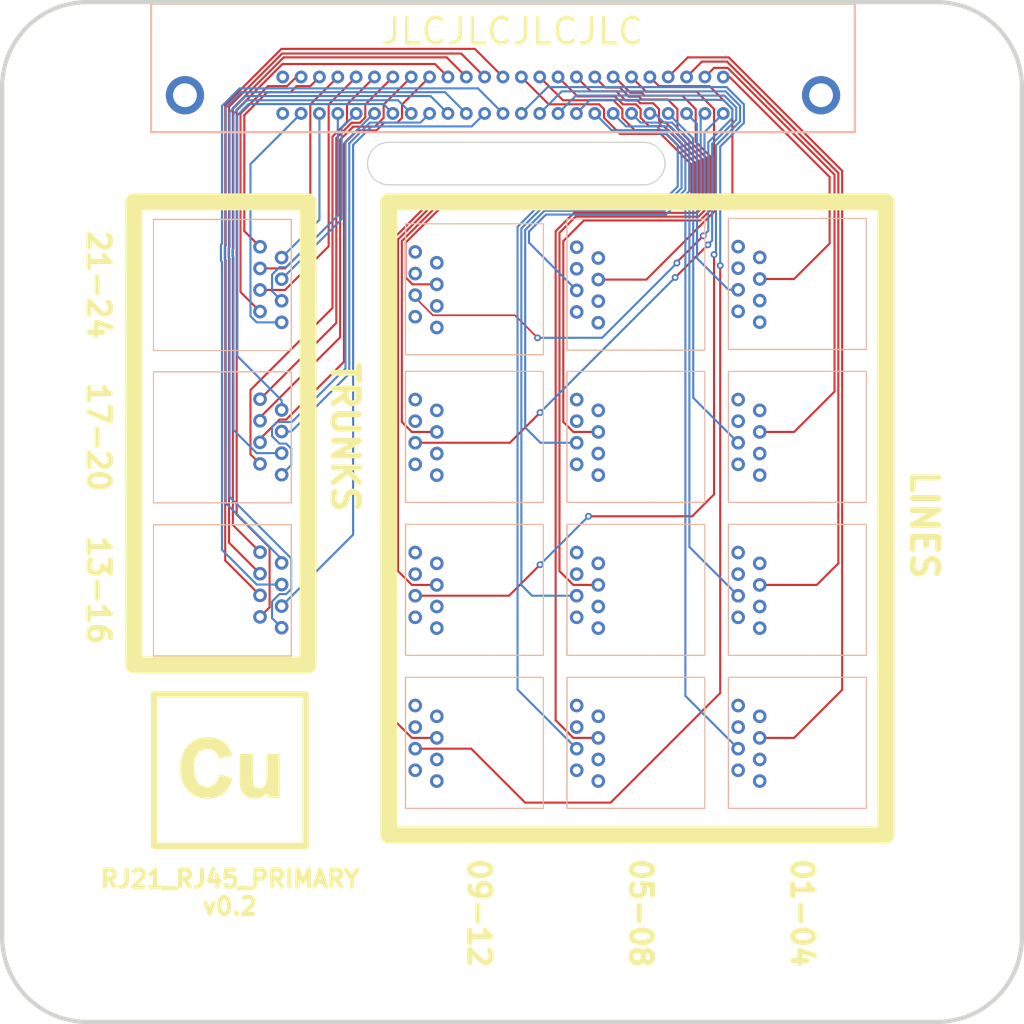
<source format=kicad_pcb>
(kicad_pcb (version 20211014) (generator pcbnew)
  (layers (0 "F.Cu" signal) (31 "B.Cu" signal) (34 "B.Paste" user) (35 "F.Paste" user) (36 "B.SilkS" user "B.Silkscreen") (37 "F.SilkS" user "F.Silkscreen") (38 "B.Mask" user) (39 "F.Mask" user) (44 "Edge.Cuts" user))
  (net 0 "")
  (net 2 "/L1+")
  (net 6 "/L1-")
  (net 10 "/L2+")
  (net 14 "/L2-")
  (net 19 "/L3-")
  (net 23 "/L3+")
  (net 26 "/L4+")
  (net 30 "/L4-")
  (net 35 "/L5-")
  (net 39 "/L5+")
  (net 42 "/L6+")
  (net 46 "/L6-")
  (net 51 "/L7-")
  (net 55 "/L7+")
  (net 58 "/L8+")
  (net 62 "/L8-")
  (net 67 "/L9-")
  (net 71 "/L9+")
  (net 74 "/L10+")
  (net 78 "/L10-")
  (net 83 "/L11-")
  (net 87 "/L11+")
  (net 90 "/L12+")
  (net 94 "/L12-")
  (net 97 "/L16-")
  (net 98 "/L14-")
  (net 99 "/L13-")
  (net 100 "/L15-")
  (net 101 "/L15+")
  (net 102 "/L14+")
  (net 103 "/L13+")
  (net 104 "/L16+")
  (net 105 "/L20+")
  (net 106 "/L17+")
  (net 107 "/L18+")
  (net 108 "/L19+")
  (net 109 "/L19-")
  (net 110 "/L17-")
  (net 111 "/L18-")
  (net 112 "/L20-")
  (net 113 "/L24-")
  (net 114 "/L22-")
  (net 115 "/L21-")
  (net 116 "/L23-")
  (net 117 "/L23+")
  (net 118 "/L22+")
  (net 119 "/L21+")
  (net 120 "/L24+")
  (footprint "Ali_Footprint_Libraries:AliExpress_RJ21" (layer "F.Cu") (at 159.975197 57.521393)
    (fp_text reference "J17" hide)
    (fp_text value "RJ21 Connector" hide)
  )
  (footprint "Ali_Footprint_Libraries:AliExpress_Horizontal_RJ45" (layer "F.Cu") (at 174.152007 137.191351 90)
    (fp_text reference "J8" hide)
    (fp_text value "RJ45" hide)
  )
  (footprint "Ali_Footprint_Libraries:AliExpress_Horizontal_RJ45" (layer "F.Cu") (at 155.152007 119.191351 90)
    (fp_text reference "J11" hide)
    (fp_text value "RJ45" hide)
  )
  (footprint "Ali_Footprint_Libraries:AliExpress_Horizontal_RJ45" (layer "F.Cu") (at 174.152007 83.261351 90)
    (fp_text reference "J5" hide)
    (fp_text value "RJ45" hide)
  )
  (footprint "Ali_Footprint_Libraries:AliExpress_Horizontal_RJ45" (layer "F.Cu") (at 193.152007 83.191351 90)
    (fp_text reference "J1" hide)
    (fp_text value "RJ45" hide)
  )
  (footprint "Ali_Footprint_Libraries:AliExpress_Horizontal_RJ45" (layer "F.Cu") (at 174.152007 119.191351 90)
    (fp_text reference "J7" hide)
    (fp_text value "RJ45" hide)
  )
  (footprint "Ali_Footprint_Libraries:AliExpress_Horizontal_RJ45" (layer "F.Cu") (at 193.152007 137.191351 90)
    (fp_text reference "J4" hide)
    (fp_text value "RJ45" hide)
  )
  (footprint "Ali_Footprint_Libraries:AliExpress_Horizontal_RJ45" (layer "F.Cu") (at 126.347993 101.191351 -90)
    (fp_text reference "J14" hide)
    (fp_text value "RJ45" hide)
  )
  (footprint "Ali_Footprint_Libraries:AliExpress_Horizontal_RJ45" (layer "F.Cu") (at 126.347993 119.191351 -90)
    (fp_text reference "J13" hide)
    (fp_text value "RJ45" hide)
  )
  (footprint "Ali_Footprint_Libraries:AliExpress_Horizontal_RJ45" (layer "F.Cu") (at 155.152007 101.191351 90)
    (fp_text reference "J10" hide)
    (fp_text value "RJ45" hide)
  )
  (footprint "Ali_Footprint_Libraries:AliExpress_Horizontal_RJ45" (layer "F.Cu") (at 155.152007 137.191351 90)
    (fp_text reference "J12" hide)
    (fp_text value "RJ45" hide)
  )
  (footprint "Ali_Footprint_Libraries:AliExpress_Horizontal_RJ45" (layer "F.Cu") (at 126.347993 83.261351 -90)
    (fp_text reference "J15" hide)
    (fp_text value "RJ45" hide)
  )
  (footprint "Ali_Footprint_Libraries:AliExpress_Horizontal_RJ45" (layer "F.Cu") (at 155.152007 83.82 90)
    (fp_text reference "J9" hide)
    (fp_text value "RJ45" hide)
  )
  (footprint "Ali_Footprint_Libraries:AliExpress_Horizontal_RJ45" (layer "F.Cu") (at 193.152007 101.191351 90)
    (fp_text reference "J2" hide)
    (fp_text value "RJ45" hide)
  )
  (footprint "Ali_Footprint_Libraries:AliExpress_Horizontal_RJ45" (layer "F.Cu") (at 174.152007 101.191351 90)
    (fp_text reference "J6" hide)
    (fp_text value "RJ45" hide)
  )
  (footprint "MountingHole:MountingHole_3.2mm_M3" (layer "F.Cu") (at 110 60)
    (fp_text reference "REF**" hide)
    (fp_text value "MountingHole_3.2mm_M3" hide)
  )
  (footprint "MountingHole:MountingHole_3.2mm_M3" (layer "F.Cu") (at 210 60)
    (fp_text reference "REF**" hide)
    (fp_text value "MountingHole_3.2mm_M3" hide)
  )
  (footprint "MountingHole:MountingHole_3.2mm_M3" (layer "F.Cu") (at 210 160)
    (fp_text reference "REF**" hide)
    (fp_text value "MountingHole_3.2mm_M3" hide)
  )
  (footprint "MountingHole:MountingHole_3.2mm_M3" (layer "F.Cu") (at 110 160)
    (fp_text reference "REF**" hide)
    (fp_text value "MountingHole_3.2mm_M3" hide)
  )
  (footprint "Ali_Footprint_Libraries:AliExpress_Horizontal_RJ45" (layer "F.Cu") (at 193.152007 119.191351 90)
    (fp_text reference "J3" hide)
    (fp_text value "RJ45" hide)
  )
  (gr_line (start 145.5 148) (end 204 148) (layer "F.SilkS") (width 2))
  (gr_line (start 145.5 148) (end 145.5 73.5) (layer "F.SilkS") (width 2))
  (gr_line (start 115.5 128) (end 115.5 73.5) (layer "F.SilkS") (width 2))
  (gr_line (start 136 128) (end 136 73.5) (layer "F.SilkS") (width 2))
  (gr_line (start 145.5 73.5) (end 204 73.5) (layer "F.SilkS") (width 2))
  (gr_line (start 136 73.5) (end 115.5 73.5) (layer "F.SilkS") (width 2))
  (gr_line (start 204 148) (end 204 73.5) (layer "F.SilkS") (width 2))
  (gr_line (start 136 128) (end 115.5 128) (layer "F.SilkS") (width 2))
  (gr_line (start 117.88295 131.468823) (end 135.717051 131.468823) (layer "F.SilkS") (width 0.749999))
  (gr_line (start 135.717051 131.468823) (end 135.717051 149.302922) (layer "F.SilkS") (width 0.749999))
  (gr_poly (pts (xy 124.386135 136.623589) (xy 124.535502 136.632168) (xy 124.681237 136.646466) (xy 124.823339 136.666484) (xy 124.961808 136.692221) (xy 125.096643 136.723677) (xy 125.227846 136.760853) (xy 125.355416 136.803747) (xy 125.479353 136.852362) (xy 125.599657 136.906695) (xy 125.716328 136.966748) (xy 125.829366 137.032521) (xy 125.938771 137.104012) (xy 126.044543 137.181224) (xy 126.146682 137.264154) (xy 126.245189 137.352804) (xy 126.301842 137.408379) (xy 126.356696 137.466903) (xy 126.409752 137.528377) (xy 126.46101 137.592801) (xy 126.510469 137.660174) (xy 126.558129 137.730496) (xy 126.603991 137.803769) (xy 126.648055 137.879991) (xy 126.69032 137.959162) (xy 126.730786 138.041284) (xy 126.769454 138.126355) (xy 126.806324 138.214375) (xy 126.841395 138.305345) (xy 126.874667 138.399265) (xy 126.906141 138.496134) (xy 126.935817 138.595953) (xy 125.586779 138.918249) (xy 125.570792 138.853502) (xy 125.552755 138.790481) (xy 125.532666 138.729186) (xy 125.510528 138.669618) (xy 125.486338 138.611777) (xy 125.460098 138.555663) (xy 125.431807 138.501275) (xy 125.401466 138.448614) (xy 125.369074 138.39768) (xy 125.334632 138.348472) (xy 125.298139 138.300991) (xy 125.259596 138.255236) (xy 125.219002 138.211208) (xy 125.176358 138.168907) (xy 125.131663 138.128332) (xy 125.084918 138.089484) (xy 125.037076 138.052685) (xy 124.98794 138.018262) (xy 124.937509 137.986212) (xy 124.885782 137.956536) (xy 124.832761 137.929234) (xy 124.778445 137.904307) (xy 124.722834 137.881753) (xy 124.665928 137.861574) (xy 124.607727 137.843769) (xy 124.548231 137.828337) (xy 124.487441 137.81528) (xy 124.425355 137.804597) (xy 124.361975 137.796288) (xy 124.2973 137.790353) (xy 124.23133 137.786792) (xy 124.164065 137.785605) (xy 124.071351 137.787709) (xy 123.980831 137.794022) (xy 123.892505 137.804543) (xy 123.806373 137.819273) (xy 123.722435 137.838211) (xy 123.640692 137.861358) (xy 123.561143 137.888713) (xy 123.483788 137.920277) (xy 123.408628 137.956049) (xy 123.335661 137.99603) (xy 123.264889 138.04022) (xy 123.196311 138.088618) (xy 123.129928 138.141225) (xy 123.065738 138.19804) (xy 123.003743 138.259064) (xy 122.943942 138.324297) (xy 122.88763 138.394242) (xy 122.834951 138.469403) (xy 122.785904 138.549779) (xy 122.740492 138.635371) (xy 122.698712 138.726179) (xy 122.660565 138.822203) (xy 122.626051 138.923442) (xy 122.595171 139.029897) (xy 122.567923 139.141568) (xy 122.544309 139.258454) (xy 122.524327 139.380557) (xy 122.507979 139.507874) (xy 122.495263 139.640408) (xy 122.486181 139.778158) (xy 122.480732 139.921123) (xy 122.478915 140.069304) (xy 122.480714 140.226423) (xy 122.486109 140.377787) (xy 122.495102 140.523396) (xy 122.507691 140.66325) (xy 122.523878 140.797348) (xy 122.543662 140.925692) (xy 122.567043 141.04828) (xy 122.594021 141.165113) (xy 122.624596 141.27619) (xy 122.658768 141.381513) (xy 122.696537 141.48108) (xy 122.737904 141.574891) (xy 122.782867 141.662947) (xy 122.831428 141.745248) (xy 122.883586 141.821793) (xy 122.939341 141.892583) (xy 122.997973 141.958373) (xy 123.058763 142.019918) (xy 123.121711 142.077219) (xy 123.186818 142.130275) (xy 123.254083 142.179087) (xy 123.323507 142.223655) (xy 123.395088 142.263977) (xy 123.468828 142.300056) (xy 123.544726 142.33189) (xy 123.622782 142.359479) (xy 123.702997 142.382824) (xy 123.785369 142.401924) (xy 123.8699 142.41678) (xy 123.956588 142.427391) (xy 124.045435 142.433758) (xy 124.136439 142.43588) (xy 124.203759 142.434531) (xy 124.269892 142.430484) (xy 124.334838 142.42374) (xy 124.398596 142.414298) (xy 124.461168 142.402158) (xy 124.522552 142.38732) (xy 124.582749 142.369785) (xy 124.641759 142.349551) (xy 124.699582 142.32662) (xy 124.756217 142.300992) (xy 124.811666 142.272665) (xy 124.865927 142.241641) (xy 124.919001 142.207919) (xy 124.970888 142.171499) (xy 125.021588 142.132381) (xy 125.071101 142.090566) (xy 125.119158 142.045854) (xy 125.165489 141.998048) (xy 125.210093 141.947149) (xy 125.252971 141.893157) (xy 125.294121 141.836071) (xy 125.333546 141.775892) (xy 125.371243 141.71262) (xy 125.407214 141.646254) (xy 125.441458 141.576795) (xy 125.473976 141.504242) (xy 125.504767 141.428596) (xy 125.533831 141.349857) (xy 125.561169 141.268024) (xy 125.58678 141.183098) (xy 125.610665 141.095078) (xy 125.632823 141.003965) (xy 126.954242 141.422948) (xy 126.914673 141.558863) (xy 126.87194 141.690354) (xy 126.826041 141.81742) (xy 126.776977 141.940062) (xy 126.724747 142.05828) (xy 126.669353 142.172073) (xy 126.610793 142.281442) (xy 126.549067 142.386386) (xy 126.484177 142.486906) (xy 126.416121 142.583002) (xy 126.344899 142.674673) (xy 126.270512 142.76192) (xy 126.19296 142.844742) (xy 126.112242 142.92314) (xy 126.028359 142.997114) (xy 125.94131 143.066663) (xy 125.85176 143.131338) (xy 125.759226 143.191841) (xy 125.663705 143.248171) (xy 125.5652 143.300328) (xy 125.463708 143.348313) (xy 125.359231 143.392125) (xy 125.251769 143.431764) (xy 125.141321 143.46723) (xy 125.027887 143.498524) (xy 124.911468 143.525645) (xy 124.792064 143.548594) (xy 124.669673 143.56737) (xy 124.544298 143.581974) (xy 124.415936 143.592405) (xy 124.284589 143.598664) (xy 124.150256 143.60075) (xy 123.984071 143.597171) (xy 123.821628 143.586434) (xy 123.662925 143.568539) (xy 123.507963 143.543485) (xy 123.356743 143.511274) (xy 123.209263 143.471904) (xy 123.065524 143.425377) (xy 122.925526 143.371691) (xy 122.78927 143.310847) (xy 122.656754 143.242845) (xy 122.527979 143.167685) (xy 122.402945 143.085367) (xy 122.281652 142.995891) (xy 122.1641 142.899257) (xy 122.050289 142.795465) (xy 121.940219 142.684514) (xy 121.8354 142.566781) (xy 121.737345 142.443796) (xy 121.646051 142.31556) (xy 121.561521 142.182073) (xy 121.483753 142.043334) (xy 121.412747 141.899343) (xy 121.348504 141.750101) (xy 121.291023 141.595607) (xy 121.240305 141.435862) (xy 121.196349 141.270865) (xy 121.159156 141.100617) (xy 121.128725 140.925116) (xy 121.105057 140.744365) (xy 121.088151 140.558361) (xy 121.078007 140.367106) (xy 121.074626 140.170599) (xy 121.078025 139.962905) (xy 121.088223 139.761109) (xy 121.105219 139.565213) (xy 121.129014 139.375216) (xy 121.159607 139.191119) (xy 121.196999 139.01292) (xy 121.241189 138.840621) (xy 121.292177 138.674221) (xy 121.349964 138.51372) (xy 121.414549 138.359118) (xy 121.485933 138.210416) (xy 121.564115 138.067613) (xy 121.649095 137.930709) (xy 121.740874 137.799704) (xy 121.839451 137.674598) (xy 121.944827 137.555392) (xy 122.055742 137.44221) (xy 122.170937 137.336331) (xy 122.290414 137.237754) (xy 122.41417 137.146479) (xy 122.542208 137.062505) (xy 122.674526 136.985834) (xy 122.811124 136.916464) (xy 122.952003 136.854397) (xy 123.097163 136.799631) (xy 123.246603 136.752168) (xy 123.400324 136.712006) (xy 123.558325 136.679147) (xy 123.720606 136.653589) (xy 123.887169 136.635334) (xy 124.058011 136.624381) (xy 124.233134 136.62073)) (layer "F.SilkS") (width 0.25) (fill solid))
  (gr_line (start 135.717051 149.302922) (end 135.717051 149.302922) (layer "F.SilkS") (width 0.749999))
  (gr_line (start 135.717051 131.468823) (end 135.717051 131.468823) (layer "F.SilkS") (width 0.749999))
  (gr_line (start 135.717051 149.302922) (end 117.88295 149.302922) (layer "F.SilkS") (width 0.749999))
  (gr_line (start 117.88295 149.302922) (end 117.88295 149.302922) (layer "F.SilkS") (width 0.749999))
  (gr_poly (pts (xy 132.534571 143.485653) (xy 131.332873 143.485653) (xy 131.332873 142.753576) (xy 131.298827 142.801849) (xy 131.263449 142.848827) (xy 131.226741 142.89451) (xy 131.188702 142.938898) (xy 131.149332 142.981991) (xy 131.108631 143.02379) (xy 131.066599 143.064293) (xy 131.023236 143.103501) (xy 130.978542 143.141414) (xy 130.932518 143.178033) (xy 130.885162 143.213356) (xy 130.836476 143.247384) (xy 130.786458 143.280118) (xy 130.73511 143.311556) (xy 130.682431 143.3417) (xy 130.628421 143.370548) (xy 130.574122 143.397868) (xy 130.519429 143.423426) (xy 130.464339 143.447221) (xy 130.408854 143.469254) (xy 130.352974 143.489524) (xy 130.296698 143.508031) (xy 130.240026 143.524776) (xy 130.182958 143.539759) (xy 130.125495 143.552979) (xy 130.067637 143.564436) (xy 130.009383 143.574131) (xy 129.950733 143.582063) (xy 129.891687 143.588233) (xy 129.832246 143.592639) (xy 129.772409 143.595284) (xy 129.712176 143.596165) (xy 129.65099 143.59532) (xy 129.590595 143.592784) (xy 129.530991 143.588557) (xy 129.472179 143.582639) (xy 129.414158 143.575031) (xy 129.356929 143.565733) (xy 129.300491 143.554743) (xy 129.244844 143.542063) (xy 129.189989 143.527692) (xy 129.135925 143.511631) (xy 129.082652 143.493878) (xy 129.030171 143.474436) (xy 128.978481 143.453302) (xy 128.927582 143.430478) (xy 128.877474 143.405963) (xy 128.828158 143.379757) (xy 128.780084 143.352023) (xy 128.733701 143.322922) (xy 128.689008 143.292454) (xy 128.646006 143.26062) (xy 128.604694 143.227419) (xy 128.565073 143.192851) (xy 128.527142 143.156917) (xy 128.490902 143.119615) (xy 128.456352 143.080947) (xy 128.423493 143.040912) (xy 128.392325 142.999511) (xy 128.362848 142.956742) (xy 128.335061 142.912607) (xy 128.308964 142.867105) (xy 128.284559 142.820236) (xy 128.261844 142.772001) (xy 128.240657 142.721911) (xy 128.220838 142.669483) (xy 128.202385 142.614718) (xy 128.1853 142.557614) (xy 128.169581 142.498172) (xy 128.155229 142.436393) (xy 128.142244 142.372275) (xy 128.130626 142.305819) (xy 128.120374 142.237025) (xy 128.11149 142.165893) (xy 128.103972 142.092423) (xy 128.097821 142.016614) (xy 128.093037 141.938468) (xy 128.08962 141.857983) (xy 128.08757 141.775161) (xy 128.086886 141.69) (xy 128.086886 138.595957) (xy 129.380679 138.595957) (xy 129.380679 140.842824) (xy 129.381758 141.088214) (xy 129.384995 141.308713) (xy 129.39039 141.504321) (xy 129.397942 141.675038) (xy 129.407653 141.820863) (xy 129.419522 141.941797) (xy 129.433548 142.03784) (xy 129.449733 142.108991) (xy 129.459392 142.137407) (xy 129.46995 142.165105) (xy 129.481407 142.192082) (xy 129.493764 142.218341) (xy 129.507019 142.24388) (xy 129.521174 142.268699) (xy 129.536228 142.2928) (xy 129.552181 142.31618) (xy 129.569033 142.338842) (xy 129.586785 142.360784) (xy 129.605435 142.382007) (xy 129.624985 142.40251) (xy 129.645434 142.422294) (xy 129.666782 142.441359) (xy 129.68903 142.459704) (xy 129.712176 142.47733) (xy 129.736169 142.4935) (xy 129.760954 142.508626) (xy 129.786529 142.52271) (xy 129.812896 142.53575) (xy 129.840054 142.547746) (xy 129.868003 142.5587) (xy 129.896743 142.56861) (xy 129.926274 142.577478) (xy 129.956597 142.585302) (xy 129.987711 142.592082) (xy 130.019616 142.59782) (xy 130.052312 142.602514) (xy 130.0858 142.606166) (xy 130.12008 142.608774) (xy 130.15515 142.610339) (xy 130.191012 142.61086) (xy 130.232181 142.610159) (xy 130.272811 142.608054) (xy 130.312901 142.604547) (xy 130.352451 142.599636) (xy 130.391462 142.593323) (xy 130.429933 142.585607) (xy 130.467864 142.576488) (xy 130.505256 142.565966) (xy 130.542107 142.554041) (xy 130.57842 142.540713) (xy 130.614192 142.525983) (xy 130.649425 142.509849) (xy 130.684119 142.492313) (xy 130.718272 142.473374) (xy 130.751886 142.453032) (xy 130.784961 142.431287) (xy 130.817119 142.407942) (xy 130.847982 142.38395) (xy 130.877551 142.35931) (xy 130.905824 142.334022) (xy 130.932803 142.308087) (xy 130.958486 142.281505) (xy 130.982875 142.254275) (xy 131.005968 142.226398) (xy 131.027766 142.197873) (xy 131.048269 142.168701) (xy 131.067478 142.138881) (xy 131.085391 142.108413) (xy 131.102008 142.077299) (xy 131.117331 142.045536) (xy 131.131359 142.013127) (xy 131.144091 141.980069) (xy 131.1558 141.943073) (xy 131.166753 141.899997) (xy 131.176951 141.850842) (xy 131.186393 141.795609) (xy 131.19508 141.734297) (xy 131.203011 141.666906) (xy 131.210187 141.593436) (xy 131.216608 141.513887) (xy 131.227183 141.336552) (xy 131.234736 141.134901) (xy 131.239268 140.908934) (xy 131.240779 140.658651) (xy 131.240779 138.595953) (xy 132.534571 138.595953)) (layer "F.SilkS") (width 0.25) (fill solid))
  (gr_line (start 117.88295 149.302922) (end 117.88295 131.468823) (layer "F.SilkS") (width 0.749999))
  (gr_line (start 110 50) (end 210 50) (layer "Edge.Cuts") (width 0.5))
  (gr_line (start 100 60) (end 100 160) (layer "Edge.Cuts") (width 0.5))
  (gr_line (start 220 60) (end 220 160) (layer "Edge.Cuts") (width 0.5))
  (gr_line (start 210 170) (end 110 170) (layer "Edge.Cuts") (width 0.5))
  (gr_arc (start 110 170) (mid 102.928932 167.071068) (end 100 160) (layer "Edge.Cuts") (width 0.5))
  (gr_arc (start 220 160) (mid 217.071068 167.071068) (end 210 170) (layer "Edge.Cuts") (width 0.5))
  (gr_arc (start 210 50) (mid 217.071068 52.928932) (end 220 60) (layer "Edge.Cuts") (width 0.5))
  (gr_line (start 145.5 71.5) (end 175.5 71.5) (layer "Edge.Cuts") (width 0.15))
  (gr_arc (start 175.5 66.5) (mid 178 69) (end 175.5 71.5) (layer "Edge.Cuts") (width 0.15))
  (gr_arc (start 100 60) (mid 102.928932 52.928932) (end 110 50) (layer "Edge.Cuts") (width 0.5))
  (gr_arc (start 145.5 71.5) (mid 143 69) (end 145.5 66.5) (layer "Edge.Cuts") (width 0.15))
  (gr_line (start 145.5 66.5) (end 175.5 66.5) (layer "Edge.Cuts") (width 0.15))
  (gr_text "01-04" (at 194.152007 157.191351 -90) (layer "F.SilkS") (effects (font (size 2.5 2.5) (thickness 0.6))))
  (gr_text "TRUNKS" (at 140.347993 101.191351 -90) (layer "F.SilkS") (effects (font (size 3 3) (thickness 0.7))))
  (gr_text "LINES" (at 208.5 111.5 -90) (layer "F.SilkS") (effects (font (size 3 3) (thickness 0.7))))
  (gr_text "05-08" (at 175.152007 157.191351 -90) (layer "F.SilkS") (effects (font (size 2.5 2.5) (thickness 0.6))))
  (gr_text "09-12" (at 156.152007 157.191351 -90) (layer "F.SilkS") (effects (font (size 2.5 2.5) (thickness 0.6))))
  (gr_text "21-24" (at 111.347993 83.261351 -90) (layer "F.SilkS") (effects (font (size 2.5 2.5) (thickness 0.6))))
  (gr_text "17-20" (at 111.347993 101.191351 -90) (layer "F.SilkS") (effects (font (size 2.5 2.5) (thickness 0.6))))
  (gr_text "13-16" (at 111.347993 119.191351 -90) (layer "F.SilkS") (effects (font (size 2.5 2.5) (thickness 0.6))))
  (gr_text "RJ21_RJ45_PRIMARY\nv0.2" (at 126.8 154.79) (layer "F.SilkS") (effects (font (size 2 2) (thickness 0.5))))
  (segment (start 197.375001 70.575001) (end 197.375001 78.400001) (width 0.25) (layer "F.Cu") (net 2))
  (segment (start 185.609999 58.809999) (end 197.375001 70.575001) (width 0.25) (layer "F.Cu") (net 2))
  (segment (start 197.375001 78.400001) (end 193.195 82.580002) (width 0.25) (layer "F.Cu") (net 2))
  (segment (start 184.860036 58.809999) (end 185.609999 58.809999) (width 0.25) (layer "F.Cu") (net 2))
  (segment (start 193.195 82.580002) (end 189.150002 82.580002) (width 0.25) (layer "F.Cu") (net 2))
  (segment (start 184.860036 63.1) (end 182.650077 65.309959) (width 0.25) (layer "B.Cu") (net 6))
  (segment (start 182.650077 65.309959) (end 182.650077 73.0048) (width 0.25) (layer "B.Cu") (net 6))
  (segment (start 181.774998 73.879879) (end 181.774998 80.146365) (width 0.25) (layer "B.Cu") (net 6))
  (segment (start 181.774998 80.146365) (end 185.478639 83.850006) (width 0.25) (layer "B.Cu") (net 6))
  (segment (start 182.650077 73.0048) (end 181.774998 73.879879) (width 0.25) (layer "B.Cu") (net 6))
  (segment (start 185.478639 83.850006) (end 186.610009 83.850006) (width 0.25) (layer "B.Cu") (net 6))
  (segment (start 197.950009 70.30897) (end 197.950009 95.824993) (width 0.25) (layer "F.Cu") (net 10))
  (segment (start 185.376037 57.734998) (end 197.950009 70.30897) (width 0.25) (layer "F.Cu") (net 10))
  (segment (start 193.195 100.580002) (end 189.150002 100.580002) (width 0.25) (layer "F.Cu") (net 10))
  (segment (start 182.700032 58.809999) (end 183.775033 57.734998) (width 0.25) (layer "F.Cu") (net 10))
  (segment (start 197.950009 95.824993) (end 193.195 100.580002) (width 0.25) (layer "F.Cu") (net 10))
  (segment (start 183.775033 57.734998) (end 185.376037 57.734998) (width 0.25) (layer "F.Cu") (net 10))
  (segment (start 181.324987 96.564984) (end 186.610009 101.850006) (width 0.25) (layer "B.Cu") (net 14))
  (segment (start 182.200066 72.8184) (end 181.324987 73.693479) (width 0.25) (layer "B.Cu") (net 14))
  (segment (start 181.324987 73.693479) (end 181.324987 96.564984) (width 0.25) (layer "B.Cu") (net 14))
  (segment (start 182.700032 63.1) (end 182.200066 63.599966) (width 0.25) (layer "B.Cu") (net 14))
  (segment (start 182.200066 63.599966) (end 182.200066 72.8184) (width 0.25) (layer "B.Cu") (net 14))
  (segment (start 181.750055 72.632) (end 180.874976 73.507079) (width 0.25) (layer "B.Cu") (net 19))
  (segment (start 186.610009 119.850006) (end 180.874976 114.114973) (width 0.25) (layer "B.Cu") (net 19))
  (segment (start 180.874976 73.507079) (end 180.874976 114.114973) (width 0.25) (layer "B.Cu") (net 19))
  (segment (start 180.540029 63.1) (end 181.750055 64.310026) (width 0.25) (layer "B.Cu") (net 19))
  (segment (start 181.750055 64.310026) (end 181.750055 72.632) (width 0.25) (layer "B.Cu") (net 19))
  (segment (start 189.150002 118.580002) (end 195.864722 118.580002) (width 0.25) (layer "F.Cu") (net 23))
  (segment (start 195.864722 118.580002) (end 198.40002 116.044704) (width 0.25) (layer "F.Cu") (net 23))
  (segment (start 182.350028 57) (end 180.540029 58.809999) (width 0.25) (layer "F.Cu") (net 23))
  (segment (start 198.40002 70.10002) (end 185.3 57) (width 0.25) (layer "F.Cu") (net 23))
  (segment (start 185.3 57) (end 182.350028 57) (width 0.25) (layer "F.Cu") (net 23))
  (segment (start 198.40002 116.044704) (end 198.40002 70.10002) (width 0.25) (layer "F.Cu") (net 23))
  (segment (start 178.380033 58.809999) (end 180.690032 56.5) (width 0.25) (layer "F.Cu") (net 26))
  (segment (start 193.195 136.580002) (end 189.150002 136.580002) (width 0.25) (layer "F.Cu") (net 26))
  (segment (start 198.850031 130.924971) (end 193.195 136.580002) (width 0.25) (layer "F.Cu") (net 26))
  (segment (start 185.5 56.5) (end 198.850031 69.850031) (width 0.25) (layer "F.Cu") (net 26))
  (segment (start 198.850031 69.850031) (end 198.850031 130.924971) (width 0.25) (layer "F.Cu") (net 26))
  (segment (start 180.690032 56.5) (end 185.5 56.5) (width 0.25) (layer "F.Cu") (net 26))
  (segment (start 180.400044 73.3456) (end 180.400044 131.640041) (width 0.25) (layer "B.Cu") (net 30))
  (segment (start 180.400044 131.640041) (end 186.610009 137.850006) (width 0.25) (layer "B.Cu") (net 30))
  (segment (start 181.300044 72.4456) (end 180.400044 73.3456) (width 0.25) (layer "B.Cu") (net 30))
  (segment (start 178.380033 63.1) (end 181.300044 66.020011) (width 0.25) (layer "B.Cu") (net 30))
  (segment (start 181.300044 66.020011) (end 181.300044 72.4456) (width 0.25) (layer "B.Cu") (net 30))
  (segment (start 177.864032 64.175001) (end 178.818626 64.175001) (width 0.25) (layer "B.Cu") (net 35))
  (segment (start 176.220029 63.1) (end 176.789031 63.1) (width 0.25) (layer "B.Cu") (net 35))
  (segment (start 164 75) (end 162.000002 76.999998) (width 0.25) (layer "B.Cu") (net 35))
  (segment (start 178.818626 64.175001) (end 180.850033 66.206408) (width 0.25) (layer "B.Cu") (net 35))
  (segment (start 162.000002 78.309999) (end 167.610009 83.920006) (width 0.25) (layer "B.Cu") (net 35))
  (segment (start 178.109233 75) (end 164 75) (width 0.25) (layer "B.Cu") (net 35))
  (segment (start 180.850033 66.206408) (end 180.850033 72.2592) (width 0.25) (layer "B.Cu") (net 35))
  (segment (start 162.000002 76.999998) (end 162.000002 78.309999) (width 0.25) (layer "B.Cu") (net 35))
  (segment (start 180.850033 72.2592) (end 178.109233 75) (width 0.25) (layer "B.Cu") (net 35))
  (segment (start 176.789031 63.1) (end 177.864032 64.175001) (width 0.25) (layer "B.Cu") (net 35))
  (segment (start 177.29503 59.885) (end 183.236038 59.885) (width 0.25) (layer "F.Cu") (net 39))
  (segment (start 183.236038 59.885) (end 185.935037 62.583999) (width 0.25) (layer "F.Cu") (net 39))
  (segment (start 176.220029 58.809999) (end 177.29503 59.885) (width 0.25) (layer "F.Cu") (net 39))
  (segment (start 175.804875 82.650002) (end 170.150002 82.650002) (width 0.25) (layer "F.Cu") (net 39))
  (segment (start 185.935037 72.51984) (end 175.804875 82.650002) (width 0.25) (layer "F.Cu") (net 39))
  (segment (start 185.935037 62.583999) (end 185.935037 72.51984) (width 0.25) (layer "F.Cu") (net 39))
  (segment (start 183.775033 67.956567) (end 183.800066 67.9816) (width 0.25) (layer "F.Cu") (net 42))
  (segment (start 183.800066 67.9816) (end 183.800066 74.0184) (width 0.25) (layer "F.Cu") (net 42))
  (segment (start 174.060025 58.809999) (end 175.800015 60.549989) (width 0.25) (layer "F.Cu") (net 42))
  (segment (start 183.800066 74.0184) (end 182.123467 75.694999) (width 0.25) (layer "F.Cu") (net 42))
  (segment (start 175.800015 60.549989) (end 181.741023 60.549989) (width 0.25) (layer "F.Cu") (net 42))
  (segment (start 167.215004 100.580002) (end 170.150002 100.580002) (width 0.25) (layer "F.Cu") (net 42))
  (segment (start 183.775033 62.583999) (end 183.775033 67.956567) (width 0.25) (layer "F.Cu") (net 42))
  (segment (start 181.741023 60.549989) (end 183.775033 62.583999) (width 0.25) (layer "F.Cu") (net 42))
  (segment (start 182.123467 75.694999) (end 168.453597 75.694999) (width 0.25) (layer "F.Cu") (net 42))
  (segment (start 166.034997 99.399995) (end 167.215004 100.580002) (width 0.25) (layer "F.Cu") (net 42))
  (segment (start 166.034997 78.113599) (end 166.034997 99.399995) (width 0.25) (layer "F.Cu") (net 42))
  (segment (start 168.453597 75.694999) (end 166.034997 78.113599) (width 0.25) (layer "F.Cu") (net 42))
  (segment (start 177.677632 64.625012) (end 178.632226 64.625012) (width 0.25) (layer "B.Cu") (net 46))
  (segment (start 180.400022 72.0728) (end 177.922833 74.549989) (width 0.25) (layer "B.Cu") (net 46))
  (segment (start 180.400022 66.392808) (end 180.400022 72.0728) (width 0.25) (layer "B.Cu") (net 46))
  (segment (start 177.227626 64.175005) (end 177.677632 64.625012) (width 0.25) (layer "B.Cu") (net 46))
  (segment (start 161.549991 100.049991) (end 163.350006 101.850006) (width 0.25) (layer "B.Cu") (net 46))
  (segment (start 163.8136 74.549989) (end 161.549991 76.813598) (width 0.25) (layer "B.Cu") (net 46))
  (segment (start 177.922833 74.549989) (end 163.8136 74.549989) (width 0.25) (layer "B.Cu") (net 46))
  (segment (start 161.549991 76.813598) (end 161.549991 100.049991) (width 0.25) (layer "B.Cu") (net 46))
  (segment (start 178.632226 64.625012) (end 180.400022 66.392808) (width 0.25) (layer "B.Cu") (net 46))
  (segment (start 163.350006 101.850006) (end 167.610009 101.850006) (width 0.25) (layer "B.Cu") (net 46))
  (segment (start 174.060025 63.1) (end 175.13503 64.175005) (width 0.25) (layer "B.Cu") (net 46))
  (segment (start 175.13503 64.175005) (end 177.227626 64.175005) (width 0.25) (layer "B.Cu") (net 46))
  (segment (start 161.09998 76.627198) (end 161.09998 118.59998) (width 0.25) (layer "B.Cu") (net 51))
  (segment (start 179.950011 71.8864) (end 177.736433 74.099978) (width 0.25) (layer "B.Cu") (net 51))
  (segment (start 162.350006 119.850006) (end 167.610009 119.850006) (width 0.25) (layer "B.Cu") (net 51))
  (segment (start 178.445826 65.075023) (end 179.950011 66.579208) (width 0.25) (layer "B.Cu") (net 51))
  (segment (start 177.041226 64.625016) (end 177.491232 65.075023) (width 0.25) (layer "B.Cu") (net 51))
  (segment (start 179.950011 66.579208) (end 179.950011 71.8864) (width 0.25) (layer "B.Cu") (net 51))
  (segment (start 163.6272 74.099978) (end 161.09998 76.627198) (width 0.25) (layer "B.Cu") (net 51))
  (segment (start 171.900022 63.1) (end 173.425038 64.625016) (width 0.25) (layer "B.Cu") (net 51))
  (segment (start 177.736433 74.099978) (end 163.6272 74.099978) (width 0.25) (layer "B.Cu") (net 51))
  (segment (start 177.491232 65.075023) (end 178.445826 65.075023) (width 0.25) (layer "B.Cu") (net 51))
  (segment (start 173.425038 64.625016) (end 177.041226 64.625016) (width 0.25) (layer "B.Cu") (net 51))
  (segment (start 161.09998 118.59998) (end 162.350006 119.850006) (width 0.25) (layer "B.Cu") (net 51))
  (segment (start 181.61503 62.583999) (end 181.61503 66.432975) (width 0.25) (layer "F.Cu") (net 55))
  (segment (start 181.937067 75.244988) (end 167.48219 75.244988) (width 0.25) (layer "F.Cu") (net 55))
  (segment (start 171.900022 58.809999) (end 172.082864 58.809999) (width 0.25) (layer "F.Cu") (net 55))
  (segment (start 165.584986 116.949984) (end 167.215004 118.580002) (width 0.25) (layer "F.Cu") (net 55))
  (segment (start 181.61503 66.432975) (end 183.350055 68.168) (width 0.25) (layer "F.Cu") (net 55))
  (segment (start 167.215004 118.580002) (end 170.150002 118.580002) (width 0.25) (layer "F.Cu") (net 55))
  (segment (start 165.584986 77.142192) (end 165.584986 116.949984) (width 0.25) (layer "F.Cu") (net 55))
  (segment (start 172.082864 58.809999) (end 173.947831 60.674966) (width 0.25) (layer "F.Cu") (net 55))
  (segment (start 167.48219 75.244988) (end 165.584986 77.142192) (width 0.25) (layer "F.Cu") (net 55))
  (segment (start 183.350055 73.832) (end 181.937067 75.244988) (width 0.25) (layer "F.Cu") (net 55))
  (segment (start 173.947831 60.674966) (end 175.288581 60.674966) (width 0.25) (layer "F.Cu") (net 55))
  (segment (start 183.350055 68.168) (end 183.350055 73.832) (width 0.25) (layer "F.Cu") (net 55))
  (segment (start 180.031031 61) (end 181.61503 62.583999) (width 0.25) (layer "F.Cu") (net 55))
  (segment (start 175.613615 61) (end 180.031031 61) (width 0.25) (layer "F.Cu") (net 55))
  (segment (start 175.288581 60.674966) (end 175.613615 61) (width 0.25) (layer "F.Cu") (net 55))
  (segment (start 181.750667 74.794977) (end 167.29579 74.794977) (width 0.25) (layer "F.Cu") (net 58))
  (segment (start 182.900044 73.6456) (end 181.750667 74.794977) (width 0.25) (layer "F.Cu") (net 58))
  (segment (start 169.740018 58.809999) (end 170.980007 60.049988) (width 0.25) (layer "F.Cu") (net 58))
  (segment (start 167.29579 74.794977) (end 165.134975 76.955792) (width 0.25) (layer "F.Cu") (net 58))
  (segment (start 175.27386 61.450011) (end 178.321046 61.450011) (width 0.25) (layer "F.Cu") (net 58))
  (segment (start 167.215004 136.580002) (end 170.150002 136.580002) (width 0.25) (layer "F.Cu") (net 58))
  (segment (start 170.980007 60.049988) (end 172.686443 60.049989) (width 0.25) (layer "F.Cu") (net 58))
  (segment (start 179.465028 62.593993) (end 179.465028 64.919384) (width 0.25) (layer "F.Cu") (net 58))
  (segment (start 174.948826 61.124977) (end 175.27386 61.450011) (width 0.25) (layer "F.Cu") (net 58))
  (segment (start 165.134975 76.955792) (end 165.134975 134.499973) (width 0.25) (layer "F.Cu") (net 58))
  (segment (start 173.761431 61.124977) (end 174.948826 61.124977) (width 0.25) (layer "F.Cu") (net 58))
  (segment (start 179.465028 64.919384) (end 182.900044 68.3544) (width 0.25) (layer "F.Cu") (net 58))
  (segment (start 182.900044 68.3544) (end 182.900044 73.6456) (width 0.25) (layer "F.Cu") (net 58))
  (segment (start 178.321046 61.450011) (end 179.465028 62.593993) (width 0.25) (layer "F.Cu") (net 58))
  (segment (start 165.134975 134.499973) (end 167.215004 136.580002) (width 0.25) (layer "F.Cu") (net 58))
  (segment (start 172.686443 60.049989) (end 173.761431 61.124977) (width 0.25) (layer "F.Cu") (net 58))
  (segment (start 169.740018 63.1) (end 171.715045 65.075027) (width 0.25) (layer "B.Cu") (net 62))
  (segment (start 178.225035 65.525034) (end 179.5 66.8) (width 0.25) (layer "B.Cu") (net 62))
  (segment (start 179.5 71.7) (end 177.550033 73.649967) (width 0.25) (layer "B.Cu") (net 62))
  (segment (start 179.5 66.8) (end 179.5 71.7) (width 0.25) (layer "B.Cu") (net 62))
  (segment (start 177.550033 73.649967) (end 163.4408 73.649967) (width 0.25) (layer "B.Cu") (net 62))
  (segment (start 160.649969 76.440798) (end 160.649969 130.889966) (width 0.25) (layer "B.Cu") (net 62))
  (segment (start 177.304832 65.525034) (end 178.225035 65.525034) (width 0.25) (layer "B.Cu") (net 62))
  (segment (start 171.715045 65.075027) (end 176.854826 65.075027) (width 0.25) (layer "B.Cu") (net 62))
  (segment (start 160.649969 130.889966) (end 167.610009 137.850006) (width 0.25) (layer "B.Cu") (net 62))
  (segment (start 163.4408 73.649967) (end 160.649969 76.440798) (width 0.25) (layer "B.Cu") (net 62))
  (segment (start 176.854826 65.075027) (end 177.304832 65.525034) (width 0.25) (layer "B.Cu") (net 62))
  (segment (start 182.5 77.5) (end 179.39999 80.60001) (width 0.25) (layer "F.Cu") (net 67))
  (segment (start 148.610009 84.478655) (end 148.610009 84.764294) (width 0.2) (layer "F.Cu") (net 67))
  (segment (start 160.348652 86.848652) (end 163 89.5) (width 0.2) (layer "F.Cu") (net 67))
  (segment (start 148.610009 84.764294) (end 150.694367 86.848652) (width 0.2) (layer "F.Cu") (net 67))
  (segment (start 150.694367 86.848652) (end 160.348652 86.848652) (width 0.2) (layer "F.Cu") (net 67))
  (segment (start 179.39999 80.60001) (end 179.39999 80.7) (width 0.25) (layer "F.Cu") (net 67))
  (via (at 179.39999 80.7) (size 0.8) (drill 0.4) (layers "F.Cu" "B.Cu") (net 67))
  (via (at 182.5 77.5) (size 0.8) (drill 0.4) (layers "F.Cu" "B.Cu") (net 67))
  (via (at 163 89.5) (size 0.8) (drill 0.4) (layers "F.Cu" "B.Cu") (net 67))
  (segment (start 185.935037 63.646671) (end 183.100088 66.48162) (width 0.25) (layer "B.Cu") (net 67))
  (segment (start 183.100088 76.899912) (end 182.5 77.5) (width 0.25) (layer "B.Cu") (net 67))
  (segment (start 169.180026 61.5) (end 184.851038 61.5) (width 0.25) (layer "B.Cu") (net 67))
  (segment (start 170.59999 89.5) (end 179.39999 80.7) (width 0.25) (layer "B.Cu") (net 67))
  (segment (start 185.935037 62.583999) (end 185.935037 63.646671) (width 0.25) (layer "B.Cu") (net 67))
  (segment (start 184.851038 61.5) (end 185.935037 62.583999) (width 0.25) (layer "B.Cu") (net 67))
  (segment (start 183.100088 66.48162) (end 183.100088 76.899912) (width 0.25) (layer "B.Cu") (net 67))
  (segment (start 163 89.5) (end 170.59999 89.5) (width 0.25) (layer "B.Cu") (net 67))
  (segment (start 167.580026 63.1) (end 169.180026 61.5) (width 0.25) (layer "B.Cu") (net 67))
  (segment (start 175.08746 61.900022) (end 176.611053 61.900022) (width 0.25) (layer "F.Cu") (net 71))
  (segment (start 176.611053 61.900022) (end 177.29503 62.583999) (width 0.25) (layer "F.Cu") (net 71))
  (segment (start 148.289015 83.208651) (end 151.150002 83.208651) (width 0.25) (layer "F.Cu") (net 71))
  (segment (start 147.485009 82.404645) (end 148.289015 83.208651) (width 0.25) (layer "F.Cu") (net 71))
  (segment (start 181.564267 74.344966) (end 151.440041 74.344966) (width 0.25) (layer "F.Cu") (net 71))
  (segment (start 167.580026 58.809999) (end 169.270026 60.499999) (width 0.25) (layer "F.Cu") (net 71))
  (segment (start 182.450033 73.4592) (end 181.564267 74.344966) (width 0.25) (layer "F.Cu") (net 71))
  (segment (start 169.270026 60.499999) (end 172.282635 60.499999) (width 0.25) (layer "F.Cu") (net 71))
  (segment (start 178.0592 64.149967) (end 182.450033 68.5408) (width 0.25) (layer "F.Cu") (net 71))
  (segment (start 182.450033 68.5408) (end 182.450033 73.4592) (width 0.25) (layer "F.Cu") (net 71))
  (segment (start 174.762426 61.574988) (end 175.08746 61.900022) (width 0.25) (layer "F.Cu") (net 71))
  (segment (start 172.282635 60.499999) (end 173.357624 61.574988) (width 0.25) (layer "F.Cu") (net 71))
  (segment (start 147.485008 78.299999) (end 147.485009 82.404645) (width 0.25) (layer "F.Cu") (net 71))
  (segment (start 177.29503 62.583999) (end 177.29503 63.885797) (width 0.25) (layer "F.Cu") (net 71))
  (segment (start 151.440041 74.344966) (end 147.485008 78.299999) (width 0.25) (layer "F.Cu") (net 71))
  (segment (start 177.29503 63.885797) (end 177.5592 64.149967) (width 0.25) (layer "F.Cu") (net 71))
  (segment (start 173.357624 61.574988) (end 174.762426 61.574988) (width 0.25) (layer "F.Cu") (net 71))
  (segment (start 177.5592 64.149967) (end 178.0592 64.149967) (width 0.25) (layer "F.Cu") (net 71))
  (segment (start 182.000022 73.2728) (end 181.377867 73.894955) (width 0.25) (layer "F.Cu") (net 74))
  (segment (start 174.576026 62.024999) (end 175.135026 62.583999) (width 0.25) (layer "F.Cu") (net 74))
  (segment (start 167.709996 61.09998) (end 172.127415 61.09998) (width 0.25) (layer "F.Cu") (net 74))
  (segment (start 182.000022 68.7272) (end 182.000022 73.2728) (width 0.25) (layer "F.Cu") (net 74))
  (segment (start 148.215004 100.580002) (end 151.150002 100.580002) (width 0.25) (layer "F.Cu") (net 74))
  (segment (start 151.253641 73.894955) (end 147.034997 78.113599) (width 0.25) (layer "F.Cu") (net 74))
  (segment (start 177.8728 64.599978) (end 182.000022 68.7272) (width 0.25) (layer "F.Cu") (net 74))
  (segment (start 147.034997 78.113599) (end 147.034997 99.399995) (width 0.25) (layer "F.Cu") (net 74))
  (segment (start 176.125023 64.599978) (end 177.8728 64.599978) (width 0.25) (layer "F.Cu") (net 74))
  (segment (start 175.135026 62.583999) (end 175.135026 63.609981) (width 0.25) (layer "F.Cu") (net 74))
  (segment (start 181.377867 73.894955) (end 151.253641 73.894955) (width 0.25) (layer "F.Cu") (net 74))
  (segment (start 175.135026 63.609981) (end 176.125023 64.599978) (width 0.25) (layer "F.Cu") (net 74))
  (segment (start 165.420015 58.809999) (end 167.709996 61.09998) (width 0.25) (layer "F.Cu") (net 74))
  (segment (start 147.034997 99.399995) (end 148.215004 100.580002) (width 0.25) (layer "F.Cu") (net 74))
  (segment (start 172.127415 61.09998) (end 173.052433 62.024999) (width 0.25) (layer "F.Cu") (net 74))
  (segment (start 173.052433 62.024999) (end 174.576026 62.024999) (width 0.25) (layer "F.Cu") (net 74))
  (segment (start 159.749994 101.850006) (end 163.3 98.3) (width 0.25) (layer "F.Cu") (net 78))
  (segment (start 148.610009 101.850006) (end 159.749994 101.850006) (width 0.25) (layer "F.Cu") (net 78))
  (segment (start 179.208859 82.4) (end 179.199996 82.4) (width 0.25) (layer "F.Cu") (net 78))
  (segment (start 183.049988 78.558871) (end 179.208859 82.4) (width 0.25) (layer "F.Cu") (net 78))
  (via (at 183.049988 78.558871) (size 0.8) (drill 0.4) (layers "F.Cu" "B.Cu") (net 78))
  (via (at 163.3 98.3) (size 0.8) (drill 0.4) (layers "F.Cu" "B.Cu") (net 78))
  (via (at 179.199996 82.4) (size 0.8) (drill 0.4) (layers "F.Cu" "B.Cu") (net 78))
  (segment (start 186.385042 62.397596) (end 186.385042 63.842138) (width 0.25) (layer "B.Cu") (net 78))
  (segment (start 184.987446 61) (end 186.385042 62.397596) (width 0.25) (layer "B.Cu") (net 78))
  (segment (start 179.199996 82.4) (end 163.3 98.299996) (width 0.25) (layer "B.Cu") (net 78))
  (segment (start 167.520015 61) (end 184.987446 61) (width 0.25) (layer "B.Cu") (net 78))
  (segment (start 183.550099 78.05876) (end 183.049988 78.558871) (width 0.25) (layer "B.Cu") (net 78))
  (segment (start 186.385042 63.842138) (end 183.550099 66.677081) (width 0.25) (layer "B.Cu") (net 78))
  (segment (start 165.420015 63.1) (end 167.520015 61) (width 0.25) (layer "B.Cu") (net 78))
  (segment (start 183.550099 66.677081) (end 183.550099 78.05876) (width 0.25) (layer "B.Cu") (net 78))
  (segment (start 163.3 98.299996) (end 163.3 98.3) (width 0.25) (layer "B.Cu") (net 78))
  (segment (start 181.2 110.5) (end 183.77499 107.92501) (width 0.25) (layer "F.Cu") (net 83))
  (segment (start 159.649996 119.850006) (end 163.300002 116.2) (width 0.25) (layer "F.Cu") (net 83))
  (segment (start 183.77499 107.92501) (end 183.77499 79.707115) (width 0.25) (layer "F.Cu") (net 83))
  (segment (start 148.610009 119.850006) (end 159.649996 119.850006) (width 0.25) (layer "F.Cu") (net 83))
  (segment (start 169 110.5) (end 181.2 110.5) (width 0.25) (layer "F.Cu") (net 83))
  (via (at 163.300002 116.2) (size 0.8) (drill 0.4) (layers "F.Cu" "B.Cu") (net 83))
  (via (at 183.77499 79.707115) (size 0.8) (drill 0.4) (layers "F.Cu" "B.Cu") (net 83))
  (via (at 169 110.5) (size 0.8) (drill 0.4) (layers "F.Cu" "B.Cu") (net 83))
  (segment (start 168.600001 110.900001) (end 163.300002 116.2) (width 0.25) (layer "B.Cu") (net 83))
  (segment (start 184.00011 79.481995) (end 183.77499 79.707115) (width 0.25) (layer "B.Cu") (net 83))
  (segment (start 163.260019 63.1) (end 165.860019 60.5) (width 0.25) (layer "B.Cu") (net 83))
  (segment (start 169 110.5) (end 168.600001 110.900001) (width 0.25) (layer "B.Cu") (net 83))
  (segment (start 186.835053 62.211195) (end 186.835053 64.028538) (width 0.25) (layer "B.Cu") (net 83))
  (segment (start 184.00011 66.863481) (end 184.00011 79.481995) (width 0.25) (layer "B.Cu") (net 83))
  (segment (start 185.123858 60.5) (end 186.835053 62.211195) (width 0.25) (layer "B.Cu") (net 83))
  (segment (start 186.835053 64.028538) (end 184.00011 66.863481) (width 0.25) (layer "B.Cu") (net 83))
  (segment (start 165.860019 60.5) (end 185.123858 60.5) (width 0.25) (layer "B.Cu") (net 83))
  (segment (start 172.985024 62.594) (end 172.985024 63.616001) (width 0.25) (layer "F.Cu") (net 87))
  (segment (start 181.550011 73.0864) (end 181.2864 73.350011) (width 0.25) (layer "F.Cu") (net 87))
  (segment (start 181.2864 73.350011) (end 151.162174 73.350011) (width 0.25) (layer "F.Cu") (net 87))
  (segment (start 146.584986 77.927199) (end 146.584986 116.949984) (width 0.25) (layer "F.Cu") (net 87))
  (segment (start 181.550011 68.9136) (end 181.550011 73.0864) (width 0.25) (layer "F.Cu") (net 87))
  (segment (start 148.215004 118.580002) (end 151.150002 118.580002) (width 0.25) (layer "F.Cu") (net 87))
  (segment (start 172.985024 63.616001) (end 174.419012 65.049989) (width 0.25) (layer "F.Cu") (net 87))
  (segment (start 166.000011 61.549991) (end 171.941015 61.549991) (width 0.25) (layer "F.Cu") (net 87))
  (segment (start 177.6864 65.049989) (end 181.550011 68.9136) (width 0.25) (layer "F.Cu") (net 87))
  (segment (start 146.584986 116.949984) (end 148.215004 118.580002) (width 0.25) (layer "F.Cu") (net 87))
  (segment (start 151.162174 73.350011) (end 146.584986 77.927199) (width 0.25) (layer "F.Cu") (net 87))
  (segment (start 174.419012 65.049989) (end 177.6864 65.049989) (width 0.25) (layer "F.Cu") (net 87))
  (segment (start 171.941015 61.549991) (end 172.985024 62.594) (width 0.25) (layer "F.Cu") (net 87))
  (segment (start 163.260019 58.809999) (end 166.000011 61.549991) (width 0.25) (layer "F.Cu") (net 87))
  (segment (start 148.215004 136.580002) (end 151.150002 136.580002) (width 0.25) (layer "F.Cu") (net 90))
  (segment (start 170.825021 63.616001) (end 172.70902 65.5) (width 0.25) (layer "F.Cu") (net 90))
  (segment (start 170.825021 62.594001) (end 170.825021 63.616001) (width 0.25) (layer "F.Cu") (net 90))
  (segment (start 161.1 58.809999) (end 164.315 62.024999) (width 0.25) (layer "F.Cu") (net 90))
  (segment (start 146.134975 77.740799) (end 146.134975 134.499973) (width 0.25) (layer "F.Cu") (net 90))
  (segment (start 146.134975 134.499973) (end 148.215004 136.580002) (width 0.25) (layer "F.Cu") (net 90))
  (segment (start 164.315 62.024999) (end 170.256019 62.024999) (width 0.25) (layer "F.Cu") (net 90))
  (segment (start 150.975774 72.9) (end 146.134975 77.740799) (width 0.25) (layer "F.Cu") (net 90))
  (segment (start 181.1 72.9) (end 150.975774 72.9) (width 0.25) (layer "F.Cu") (net 90))
  (segment (start 170.256019 62.024999) (end 170.825021 62.594001) (width 0.25) (layer "F.Cu") (net 90))
  (segment (start 172.70902 65.5) (end 177.5 65.5) (width 0.25) (layer "F.Cu") (net 90))
  (segment (start 181.1 69.1) (end 181.1 72.9) (width 0.25) (layer "F.Cu") (net 90))
  (segment (start 177.5 65.5) (end 181.1 69.1) (width 0.25) (layer "F.Cu") (net 90))
  (segment (start 184.5 81) (end 184.5 131.3) (width 0.25) (layer "F.Cu") (net 94))
  (segment (start 184.5 131.3) (end 171.6 144.2) (width 0.25) (layer "F.Cu") (net 94))
  (segment (start 161.545002 144.2) (end 155.195008 137.850006) (width 0.25) (layer "F.Cu") (net 94))
  (segment (start 171.6 144.2) (end 161.545002 144.2) (width 0.25) (layer "F.Cu") (net 94))
  (segment (start 155.195008 137.850006) (end 148.610009 137.850006) (width 0.25) (layer "F.Cu") (net 94))
  (via (at 184.5 81) (size 0.8) (drill 0.4) (layers "F.Cu" "B.Cu") (net 94))
  (segment (start 168 60) (end 170.5 60) (width 0.25) (layer "B.Cu") (net 94))
  (segment (start 187.285064 62.024802) (end 187.285064 64.214936) (width 0.25) (layer "B.Cu") (net 94))
  (segment (start 187.285064 64.214936) (end 184.5 67) (width 0.25) (layer "B.Cu") (net 94))
  (segment (start 170.5 60) (end 185.26027 60) (width 0.25) (layer "B.Cu") (net 94))
  (segment (start 184.5 67) (end 184.5 81) (width 0.25) (layer "B.Cu") (net 94))
  (segment (start 185.26027 60) (end 187.285064 62.024802) (width 0.25) (layer "B.Cu") (net 94))
  (segment (start 164.2 60) (end 168 60) (width 0.25) (layer "B.Cu") (net 94))
  (segment (start 161.1 63.1) (end 164.2 60) (width 0.25) (layer "B.Cu") (net 94))
  (segment (start 128.677189 61.049989) (end 126.775023 62.952155) (width 0.25) (layer "B.Cu") (net 97))
  (segment (start 133.429992 119.657697) (end 132.639989 119.657697) (width 0.25) (layer "B.Cu") (net 97))
  (segment (start 126.775023 108.212725) (end 134.014992 115.452694) (width 0.25) (layer "B.Cu") (net 97))
  (segment (start 152.459985 63.1) (end 150.409974 61.049989) (width 0.25) (layer "B.Cu") (net 97))
  (segment (start 126.649969 80.059201) (end 126.775023 80.184255) (width 0.25) (layer "B.Cu") (net 97))
  (segment (start 131.76499 122.487701) (end 132.889991 123.612702) (width 0.25) (layer "B.Cu") (net 97))
  (segment (start 126.775023 62.952155) (end 126.775023 78.815745) (width 0.25) (layer "B.Cu") (net 97))
  (segment (start 150.409974 61.049989) (end 128.677189 61.049989) (width 0.25) (layer "B.Cu") (net 97))
  (segment (start 134.014992 115.452694) (end 134.014992 119.072697) (width 0.25) (layer "B.Cu") (net 97))
  (segment (start 126.649969 78.940799) (end 126.649969 80.059201) (width 0.25) (layer "B.Cu") (net 97))
  (segment (start 131.76499 120.532696) (end 131.76499 122.487701) (width 0.25) (layer "B.Cu") (net 97))
  (segment (start 134.014992 119.072697) (end 133.429992 119.657697) (width 0.25) (layer "B.Cu") (net 97))
  (segment (start 126.775023 78.815745) (end 126.649969 78.940799) (width 0.25) (layer "B.Cu") (net 97))
  (segment (start 132.639989 119.657697) (end 131.76499 120.532696) (width 0.25) (layer "B.Cu") (net 97))
  (segment (start 126.775023 80.184255) (end 126.775023 108.212725) (width 0.25) (layer "B.Cu") (net 97))
  (segment (start 143.474988 64.625012) (end 141.300003 66.799997) (width 0.25) (layer "B.Cu") (net 98))
  (segment (start 155.25498 64.625012) (end 143.474988 64.625012) (width 0.25) (layer "B.Cu") (net 98))
  (segment (start 141.300003 112.662685) (end 132.889991 121.072697) (width 0.25) (layer "B.Cu") (net 98))
  (segment (start 141.300003 66.799997) (end 141.300003 112.662685) (width 0.25) (layer "B.Cu") (net 98))
  (segment (start 156.779992 63.1) (end 155.25498 64.625012) (width 0.25) (layer "B.Cu") (net 98))
  (segment (start 127.9408 60.149967) (end 125.875001 62.215766) (width 0.25) (layer "B.Cu") (net 99))
  (segment (start 125.875001 114.452704) (end 129.954993 118.532696) (width 0.25) (layer "B.Cu") (net 99))
  (segment (start 125.875001 80.557055) (end 125.875001 114.452704) (width 0.25) (layer "B.Cu") (net 99))
  (segment (start 125.875001 78.442945) (end 125.749947 78.567999) (width 0.25) (layer "B.Cu") (net 99))
  (segment (start 125.749947 78.567999) (end 125.749947 80.432001) (width 0.25) (layer "B.Cu") (net 99))
  (segment (start 158.939996 63.1) (end 155.989963 60.149967) (width 0.25) (layer "B.Cu") (net 99))
  (segment (start 125.875001 62.215766) (end 125.875001 78.442945) (width 0.25) (layer "B.Cu") (net 99))
  (segment (start 129.954993 118.532696) (end 132.889991 118.532696) (width 0.25) (layer "B.Cu") (net 99))
  (segment (start 155.989963 60.149967) (end 127.9408 60.149967) (width 0.25) (layer "B.Cu") (net 99))
  (segment (start 125.749947 80.432001) (end 125.875001 80.557055) (width 0.25) (layer "B.Cu") (net 99))
  (segment (start 128.1272 60.599978) (end 126.325012 62.402166) (width 0.25) (layer "B.Cu") (net 100))
  (segment (start 126.325012 108.961422) (end 132.889991 115.526401) (width 0.25) (layer "B.Cu") (net 100))
  (segment (start 152.119967 60.599978) (end 128.1272 60.599978) (width 0.25) (layer "B.Cu") (net 100))
  (segment (start 132.889991 115.526401) (end 132.889991 115.992695) (width 0.25) (layer "B.Cu") (net 100))
  (segment (start 154.619989 63.1) (end 152.119967 60.599978) (width 0.25) (layer "B.Cu") (net 100))
  (segment (start 126.325012 78.629345) (end 126.199958 78.754399) (width 0.25) (layer "B.Cu") (net 100))
  (segment (start 126.325012 62.402166) (end 126.325012 78.629345) (width 0.25) (layer "B.Cu") (net 100))
  (segment (start 126.325012 80.370655) (end 126.325012 108.961422) (width 0.25) (layer "B.Cu") (net 100))
  (segment (start 126.199958 80.245601) (end 126.325012 80.370655) (width 0.25) (layer "B.Cu") (net 100))
  (segment (start 126.199958 78.754399) (end 126.199958 80.245601) (width 0.25) (layer "B.Cu") (net 100))
  (segment (start 152.30999 56.5) (end 133.13641 56.5) (width 0.25) (layer "F.Cu") (net 101))
  (segment (start 127.149967 62.486443) (end 127.149967 111.522667) (width 0.25) (layer "F.Cu") (net 101))
  (segment (start 133.13641 56.5) (end 127.149967 62.486443) (width 0.25) (layer "F.Cu") (net 101))
  (segment (start 127.149967 111.522667) (end 130.349998 114.722698) (width 0.25) (layer "F.Cu") (net 101))
  (segment (start 154.619989 58.809999) (end 152.30999 56.5) (width 0.25) (layer "F.Cu") (net 101))
  (segment (start 126.699956 62.300043) (end 126.699956 113.612657) (width 0.25) (layer "F.Cu") (net 102))
  (segment (start 132.95001 56.049989) (end 126.699956 62.300043) (width 0.25) (layer "F.Cu") (net 102))
  (segment (start 126.699956 113.612657) (end 130.349998 117.262699) (width 0.25) (layer "F.Cu") (net 102))
  (segment (start 154.019982 56.049989) (end 132.95001 56.049989) (width 0.25) (layer "F.Cu") (net 102))
  (segment (start 156.779992 58.809999) (end 154.019982 56.049989) (width 0.25) (layer "F.Cu") (net 102))
  (segment (start 132.863589 55.5) (end 126.249945 62.113644) (width 0.25) (layer "F.Cu") (net 103))
  (segment (start 126.249945 115.702647) (end 130.349998 119.8027) (width 0.25) (layer "F.Cu") (net 103))
  (segment (start 158.939996 58.809999) (end 155.629997 55.5) (width 0.25) (layer "F.Cu") (net 103))
  (segment (start 155.629997 55.5) (end 132.863589 55.5) (width 0.25) (layer "F.Cu") (net 103))
  (segment (start 126.249945 62.113644) (end 126.249945 115.702647) (width 0.25) (layer "F.Cu") (net 103))
  (segment (start 152.459985 58.809999) (end 150.934973 57.284987) (width 0.25) (layer "F.Cu") (net 104))
  (segment (start 132.987833 57.284987) (end 127.599978 62.672842) (width 0.25) (layer "F.Cu") (net 104))
  (segment (start 150.934973 57.284987) (end 132.987833 57.284987) (width 0.25) (layer "F.Cu") (net 104))
  (segment (start 131.474999 114.182697) (end 131.474999 121.2177) (width 0.25) (layer "F.Cu") (net 104))
  (segment (start 131.474999 121.2177) (end 130.349998 122.342701) (width 0.25) (layer "F.Cu") (net 104))
  (segment (start 127.599978 110.307676) (end 131.474999 114.182697) (width 0.25) (layer "F.Cu") (net 104))
  (segment (start 127.599978 62.672842) (end 127.599978 110.307676) (width 0.25) (layer "F.Cu") (net 104))
  (segment (start 138.874969 85.988621) (end 129.224997 95.638593) (width 0.25) (layer "F.Cu") (net 105))
  (segment (start 140.584962 64.105805) (end 138.874969 65.815798) (width 0.25) (layer "F.Cu") (net 105))
  (segment (start 143.81997 58.809999) (end 140.584962 62.045007) (width 0.25) (layer "F.Cu") (net 105))
  (segment (start 140.584962 62.045007) (end 140.584962 64.105805) (width 0.25) (layer "F.Cu") (net 105))
  (segment (start 129.224997 95.638593) (end 129.224997 103.2177) (width 0.25) (layer "F.Cu") (net 105))
  (segment (start 138.874969 65.815798) (end 138.874969 85.988621) (width 0.25) (layer "F.Cu") (net 105))
  (segment (start 129.224997 103.2177) (end 130.349998 104.342701) (width 0.25) (layer "F.Cu") (net 105))
  (segment (start 130.349998 101.407687) (end 130.349998 101.8027) (width 0.25) (layer "F.Cu") (net 106))
  (segment (start 140.225002 66.674998) (end 140.225002 92.322686) (width 0.25) (layer "F.Cu") (net 106))
  (segment (start 146.495975 64.175001) (end 144.972381 64.175001) (width 0.25) (layer "F.Cu") (net 106))
  (segment (start 144.972381 64.175001) (end 144.047383 65.099999) (width 0.25) (layer "F.Cu") (net 106))
  (segment (start 150.299981 58.809999) (end 147.054975 62.055005) (width 0.25) (layer "F.Cu") (net 106))
  (segment (start 140.225002 92.322686) (end 133.429992 99.117696) (width 0.25) (layer "F.Cu") (net 106))
  (segment (start 147.054975 62.055005) (end 147.054975 63.616001) (width 0.25) (layer "F.Cu") (net 106))
  (segment (start 133.429992 99.117696) (end 132.639989 99.117696) (width 0.25) (layer "F.Cu") (net 106))
  (segment (start 144.047383 65.099999) (end 141.800001 65.099999) (width 0.25) (layer "F.Cu") (net 106))
  (segment (start 141.800001 65.099999) (end 140.225002 66.674998) (width 0.25) (layer "F.Cu") (net 106))
  (segment (start 132.639989 99.117696) (end 130.349998 101.407687) (width 0.25) (layer "F.Cu") (net 106))
  (segment (start 147.054975 63.616001) (end 146.495975 64.175001) (width 0.25) (layer "F.Cu") (net 106))
  (segment (start 130.349998 98.867686) (end 130.349998 99.262699) (width 0.25) (layer "F.Cu") (net 107))
  (segment (start 148.139978 58.809999) (end 144.894971 62.055006) (width 0.25) (layer "F.Cu") (net 107))
  (segment (start 143.860983 64.649989) (end 141.3136 64.649989) (width 0.25) (layer "F.Cu") (net 107))
  (segment (start 144.894971 63.616001) (end 143.860983 64.649989) (width 0.25) (layer "F.Cu") (net 107))
  (segment (start 139.774991 66.188598) (end 139.774991 89.442693) (width 0.25) (layer "F.Cu") (net 107))
  (segment (start 139.774991 89.442693) (end 130.349998 98.867686) (width 0.25) (layer "F.Cu") (net 107))
  (segment (start 144.894971 62.055006) (end 144.894971 63.616001) (width 0.25) (layer "F.Cu") (net 107))
  (segment (start 141.3136 64.649989) (end 139.774991 66.188598) (width 0.25) (layer "F.Cu") (net 107))
  (segment (start 142.734964 63.578604) (end 142.113589 64.199978) (width 0.25) (layer "F.Cu") (net 108))
  (segment (start 139.32498 66.002198) (end 139.32498 87.747716) (width 0.25) (layer "F.Cu") (net 108))
  (segment (start 141.1272 64.199978) (end 139.32498 66.002198) (width 0.25) (layer "F.Cu") (net 108))
  (segment (start 139.32498 87.747716) (end 130.349998 96.722698) (width 0.25) (layer "F.Cu") (net 108))
  (segment (start 142.113589 64.199978) (end 141.1272 64.199978) (width 0.25) (layer "F.Cu") (net 108))
  (segment (start 145.979974 58.809999) (end 142.734964 62.055009) (width 0.25) (layer "F.Cu") (net 108))
  (segment (start 142.734964 62.055009) (end 142.734964 63.578604) (width 0.25) (layer "F.Cu") (net 108))
  (segment (start 144.879974 62) (end 129 62) (width 0.25) (layer "B.Cu") (net 109))
  (segment (start 127.675045 91.646379) (end 132.889991 96.861325) (width 0.25) (layer "B.Cu") (net 109))
  (segment (start 129 62) (end 127.675045 63.324955) (width 0.25) (layer "B.Cu") (net 109))
  (segment (start 132.889991 96.861325) (end 132.889991 97.992695) (width 0.25) (layer "B.Cu") (net 109))
  (segment (start 127.675045 63.324955) (end 127.675045 91.646379) (width 0.25) (layer "B.Cu") (net 109))
  (segment (start 145.979974 63.1) (end 144.879974 62) (width 0.25) (layer "B.Cu") (net 109))
  (segment (start 134.021361 100.532696) (end 132.889991 100.532696) (width 0.25) (layer "B.Cu") (net 110))
  (segment (start 150.299981 63.1) (end 149.22498 64.175001) (width 0.25) (layer "B.Cu") (net 110))
  (segment (start 140.849992 66.613597) (end 140.849992 93.704065) (width 0.25) (layer "B.Cu") (net 110))
  (segment (start 149.22498 64.175001) (end 143.288588 64.175001) (width 0.25) (layer "B.Cu") (net 110))
  (segment (start 140.849992 93.704065) (end 134.021361 100.532696) (width 0.25) (layer "B.Cu") (net 110))
  (segment (start 143.288588 64.175001) (end 140.849992 66.613597) (width 0.25) (layer "B.Cu") (net 110))
  (segment (start 127.225034 79.002145) (end 127.09998 79.127199) (width 0.25) (layer "B.Cu") (net 111))
  (segment (start 127.09998 79.872801) (end 127.225034 79.997855) (width 0.25) (layer "B.Cu") (net 111))
  (segment (start 127.225034 79.997855) (end 127.225034 100.342738) (width 0.25) (layer "B.Cu") (net 111))
  (segment (start 148.139978 63.1) (end 146.589967 61.549989) (width 0.25) (layer "B.Cu") (net 111))
  (segment (start 127.225034 100.342738) (end 129.954993 103.072697) (width 0.25) (layer "B.Cu") (net 111))
  (segment (start 129.954993 103.072697) (end 132.889991 103.072697) (width 0.25) (layer "B.Cu") (net 111))
  (segment (start 127.225034 63.138555) (end 127.225034 79.002145) (width 0.25) (layer "B.Cu") (net 111))
  (segment (start 127.09998 79.127199) (end 127.09998 79.872801) (width 0.25) (layer "B.Cu") (net 111))
  (segment (start 128.8136 61.549989) (end 127.225034 63.138555) (width 0.25) (layer "B.Cu") (net 111))
  (segment (start 146.589967 61.549989) (end 128.8136 61.549989) (width 0.25) (layer "B.Cu") (net 111))
  (segment (start 131.76499 101.072697) (end 132.639989 101.947696) (width 0.25) (layer "B.Cu") (net 112))
  (segment (start 134.014992 102.532696) (end 134.014992 104.487701) (width 0.25) (layer "B.Cu") (net 112))
  (segment (start 134.092304 99.407695) (end 132.34999 99.407695) (width 0.25) (layer "B.Cu") (net 112))
  (segment (start 133.429992 101.947696) (end 134.014992 102.532696) (width 0.25) (layer "B.Cu") (net 112))
  (segment (start 140.399981 66.427197) (end 140.399981 93.100018) (width 0.25) (layer "B.Cu") (net 112))
  (segment (start 134.014992 104.487701) (end 132.889991 105.612702) (width 0.25) (layer "B.Cu") (net 112))
  (segment (start 132.34999 99.407695) (end 131.76499 99.992695) (width 0.25) (layer "B.Cu") (net 112))
  (segment (start 143.727178 63.1) (end 140.399981 66.427197) (width 0.25) (layer "B.Cu") (net 112))
  (segment (start 131.76499 99.992695) (end 131.76499 101.072697) (width 0.25) (layer "B.Cu") (net 112))
  (segment (start 143.81997 63.1) (end 143.727178 63.1) (width 0.25) (layer "B.Cu") (net 112))
  (segment (start 132.639989 101.947696) (end 133.429992 101.947696) (width 0.25) (layer "B.Cu") (net 112))
  (segment (start 140.399981 93.100018) (end 134.092304 99.407695) (width 0.25) (layer "B.Cu") (net 112))
  (segment (start 135.179952 63.1) (end 129.224997 69.054955) (width 0.25) (layer "B.Cu") (net 113))
  (segment (start 129.224997 86.952702) (end 129.954997 87.682702) (width 0.25) (layer "B.Cu") (net 113))
  (segment (start 129.224997 69.054955) (end 129.224997 86.952702) (width 0.25) (layer "B.Cu") (net 113))
  (segment (start 129.954997 87.682702) (end 132.889991 87.682702) (width 0.25) (layer "B.Cu") (net 113))
  (segment (start 139.499959 63.1) (end 139.499959 75.117729) (width 0.25) (layer "B.Cu") (net 114))
  (segment (start 133.429992 81.187696) (end 132.639989 81.187696) (width 0.25) (layer "B.Cu") (net 114))
  (segment (start 139.499959 75.117729) (end 133.429992 81.187696) (width 0.25) (layer "B.Cu") (net 114))
  (segment (start 131.76499 82.062695) (end 131.76499 84.017696) (width 0.25) (layer "B.Cu") (net 114))
  (segment (start 132.639989 81.187696) (end 131.76499 82.062695) (width 0.25) (layer "B.Cu") (net 114))
  (segment (start 131.76499 84.017696) (end 132.889991 85.142697) (width 0.25) (layer "B.Cu") (net 114))
  (segment (start 139.94997 75.542717) (end 132.889991 82.602696) (width 0.25) (layer "B.Cu") (net 115))
  (segment (start 139.94997 64.809993) (end 139.94997 75.542717) (width 0.25) (layer "B.Cu") (net 115))
  (segment (start 141.659963 63.1) (end 139.94997 64.809993) (width 0.25) (layer "B.Cu") (net 115))
  (segment (start 137.339955 75.612731) (end 132.889991 80.062695) (width 0.25) (layer "B.Cu") (net 116))
  (segment (start 137.339955 63.1) (end 137.339955 75.612731) (width 0.25) (layer "B.Cu") (net 116))
  (segment (start 131.2 60.6) (end 128.5 63.3) (width 0.25) (layer "F.Cu") (net 117))
  (segment (start 136.264954 59.885) (end 134.663951 59.885) (width 0.25) (layer "F.Cu") (net 117))
  (segment (start 128.5 76.9427) (end 130.349998 78.792698) (width 0.25) (layer "F.Cu") (net 117))
  (segment (start 137.339955 58.809999) (end 136.264954 59.885) (width 0.25) (layer "F.Cu") (net 117))
  (segment (start 134.663951 59.885) (end 133.948951 60.6) (width 0.25) (layer "F.Cu") (net 117))
  (segment (start 133.948951 60.6) (end 131.2 60.6) (width 0.25) (layer "F.Cu") (net 117))
  (segment (start 128.5 63.3) (end 128.5 76.9427) (width 0.25) (layer "F.Cu") (net 117))
  (segment (start 133.284989 81.332699) (end 130.349998 81.332699) (width 0.25) (layer "F.Cu") (net 118))
  (segment (start 136.264954 62.045004) (end 136.264954 78.352734) (width 0.25) (layer "F.Cu") (net 118))
  (segment (start 136.264954 78.352734) (end 133.284989 81.332699) (width 0.25) (layer "F.Cu") (net 118))
  (segment (start 139.499959 58.809999) (end 136.264954 62.045004) (width 0.25) (layer "F.Cu") (net 118))
  (segment (start 138.424958 62.045004) (end 138.424958 78.732731) (width 0.25) (layer "F.Cu") (net 119))
  (segment (start 138.424958 78.732731) (end 133.284989 83.8727) (width 0.25) (layer "F.Cu") (net 119))
  (segment (start 133.284989 83.8727) (end 130.349998 83.8727) (width 0.25) (layer "F.Cu") (net 119))
  (segment (start 141.659963 58.809999) (end 138.424958 62.045004) (width 0.25) (layer "F.Cu") (net 119))
  (segment (start 128.049989 84.112692) (end 130.349998 86.412701) (width 0.25) (layer "F.Cu") (net 120))
  (segment (start 134.61095 58.809999) (end 133.535949 59.885) (width 0.25) (layer "F.Cu") (net 120))
  (segment (start 135.179952 58.809999) (end 134.61095 58.809999) (width 0.25) (layer "F.Cu") (net 120))
  (segment (start 133.535949 59.885) (end 131.278589 59.885) (width 0.25) (layer "F.Cu") (net 120))
  (segment (start 128.049989 63.1136) (end 128.049989 84.112692) (width 0.25) (layer "F.Cu") (net 120))
  (segment (start 131.278589 59.885) (end 128.049989 63.1136) (width 0.25) (layer "F.Cu") (net 120))
)
</source>
